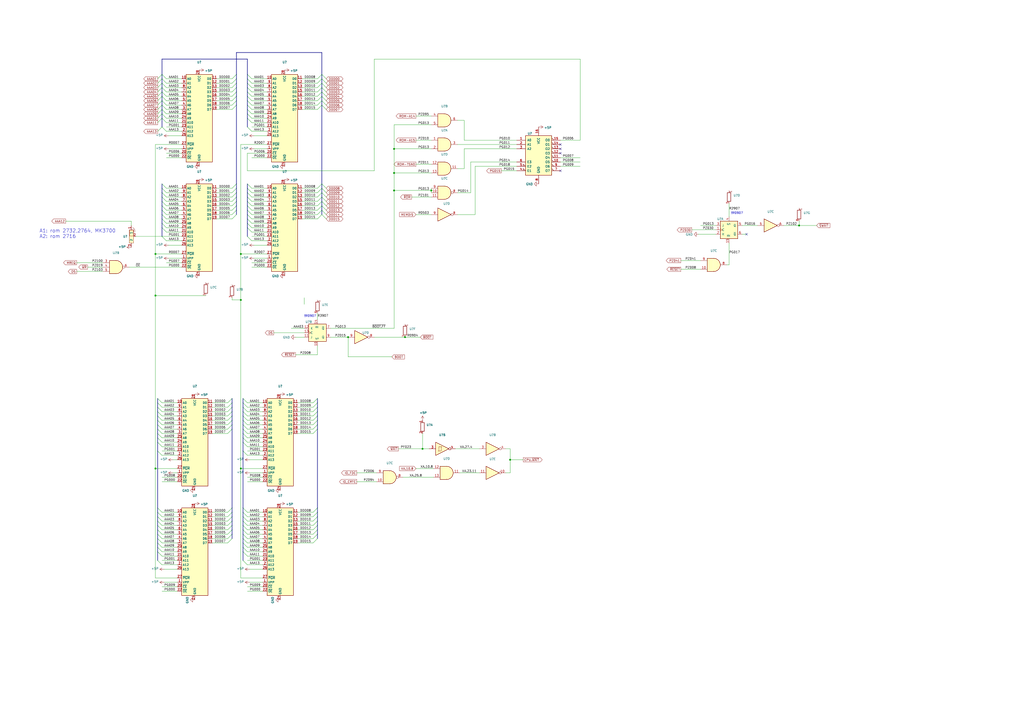
<source format=kicad_sch>
(kicad_sch (version 20220820) (generator eeschema)
  (paper "A2")
  (title_block (title "P07 ROM"))
  (junction (at 228.6 100.33))
  (junction (at 90.17 147.32))
  (junction (at 245.11 260.35))
  (junction (at 139.7 271.78))
  (junction (at 250.19 110.49))
  (junction (at 139.7 173.99))
  (junction (at 228.6 110.49))
  (junction (at 228.6 86.36))
  (junction (at 201.93 195.58))
  (junction (at 90.17 171.45))
  (junction (at 234.95 195.58))
  (junction (at 90.17 271.78))
  (junction (at 295.91 266.7))
  (junction (at 139.7 147.32))
  (junction (at 463.55 130.81))
  (no_connect (at 433.07 135.89))
  (no_connect (at 325.12 86.36))
  (no_connect (at 325.12 99.06))
  (no_connect (at 325.12 83.82))
  (no_connect (at 325.12 88.9))
  (bus_entry (at 143.51 55.88) (size 2.54 2.54))
  (bus_entry (at 184.15 297.18) (size -2.54 2.54))
  (bus_entry (at 91.44 254) (size 2.54 2.54))
  (bus_entry (at 140.97 304.8) (size 2.54 2.54))
  (bus_entry (at 186.69 119.38) (size -2.54 2.54))
  (bus_entry (at 140.97 312.42) (size 2.54 2.54))
  (bus_entry (at 91.44 53.34) (size 2.54 -2.54))
  (bus_entry (at 91.44 248.92) (size 2.54 2.54))
  (bus_entry (at 137.16 55.88) (size -2.54 2.54))
  (bus_entry (at 91.44 236.22) (size 2.54 2.54))
  (bus_entry (at 184.15 231.14) (size -2.54 2.54))
  (bus_entry (at 140.97 325.12) (size 2.54 2.54))
  (bus_entry (at 93.98 43.18) (size 2.54 2.54))
  (bus_entry (at 184.15 312.42) (size -2.54 2.54))
  (bus_entry (at 186.69 111.76) (size -2.54 2.54))
  (bus_entry (at 140.97 302.26) (size 2.54 2.54))
  (bus_entry (at 143.51 121.92) (size 2.54 2.54))
  (bus_entry (at 134.62 241.3) (size -2.54 2.54))
  (bus_entry (at 184.15 294.64) (size -2.54 2.54))
  (bus_entry (at 91.44 55.88) (size 2.54 -2.54))
  (bus_entry (at 134.62 248.92) (size -2.54 2.54))
  (bus_entry (at 186.69 43.18) (size -2.54 2.54))
  (bus_entry (at 186.69 106.68) (size -2.54 2.54))
  (bus_entry (at 143.51 114.3) (size 2.54 2.54))
  (bus_entry (at 93.98 116.84) (size 2.54 2.54))
  (bus_entry (at 91.44 63.5) (size 2.54 -2.54))
  (bus_entry (at 91.44 312.42) (size 2.54 2.54))
  (bus_entry (at 93.98 121.92) (size 2.54 2.54))
  (bus_entry (at 143.51 109.22) (size 2.54 2.54))
  (bus_entry (at 186.69 124.46) (size -2.54 2.54))
  (bus_entry (at 91.44 241.3) (size 2.54 2.54))
  (bus_entry (at 140.97 307.34) (size 2.54 2.54))
  (bus_entry (at 186.69 43.18) (size 2.54 2.54))
  (bus_entry (at 143.51 50.8) (size 2.54 2.54))
  (bus_entry (at 93.98 111.76) (size 2.54 2.54))
  (bus_entry (at 140.97 251.46) (size 2.54 2.54))
  (bus_entry (at 137.16 116.84) (size -2.54 2.54))
  (bus_entry (at 91.44 314.96) (size 2.54 2.54))
  (bus_entry (at 184.15 236.22) (size -2.54 2.54))
  (bus_entry (at 143.51 48.26) (size 2.54 2.54))
  (bus_entry (at 140.97 254) (size 2.54 2.54))
  (bus_entry (at 184.15 243.84) (size -2.54 2.54))
  (bus_entry (at 91.44 238.76) (size 2.54 2.54))
  (bus_entry (at 134.62 312.42) (size -2.54 2.54))
  (bus_entry (at 143.51 106.68) (size 2.54 2.54))
  (bus_entry (at 93.98 50.8) (size 2.54 2.54))
  (bus_entry (at 91.44 243.84) (size 2.54 2.54))
  (bus_entry (at 93.98 119.38) (size 2.54 2.54))
  (bus_entry (at 91.44 261.62) (size 2.54 2.54))
  (bus_entry (at 137.16 58.42) (size -2.54 2.54))
  (bus_entry (at 137.16 119.38) (size -2.54 2.54))
  (bus_entry (at 91.44 317.5) (size 2.54 2.54))
  (bus_entry (at 186.69 106.68) (size 2.54 2.54))
  (bus_entry (at 137.16 111.76) (size -2.54 2.54))
  (bus_entry (at 184.15 238.76) (size -2.54 2.54))
  (bus_entry (at 93.98 114.3) (size 2.54 2.54))
  (bus_entry (at 91.44 304.8) (size 2.54 2.54))
  (bus_entry (at 186.69 114.3) (size -2.54 2.54))
  (bus_entry (at 93.98 124.46) (size 2.54 2.54))
  (bus_entry (at 137.16 60.96) (size -2.54 2.54))
  (bus_entry (at 140.97 294.64) (size 2.54 2.54))
  (bus_entry (at 137.16 45.72) (size -2.54 2.54))
  (bus_entry (at 140.97 320.04) (size 2.54 2.54))
  (bus_entry (at 93.98 109.22) (size 2.54 2.54))
  (bus_entry (at 91.44 307.34) (size 2.54 2.54))
  (bus_entry (at 184.15 233.68) (size -2.54 2.54))
  (bus_entry (at 91.44 48.26) (size 2.54 -2.54))
  (bus_entry (at 143.51 116.84) (size 2.54 2.54))
  (bus_entry (at 93.98 53.34) (size 2.54 2.54))
  (bus_entry (at 184.15 299.72) (size -2.54 2.54))
  (bus_entry (at 93.98 63.5) (size 2.54 2.54))
  (bus_entry (at 140.97 248.92) (size 2.54 2.54))
  (bus_entry (at 91.44 231.14) (size 2.54 2.54))
  (bus_entry (at 134.62 246.38) (size -2.54 2.54))
  (bus_entry (at 137.16 121.92) (size -2.54 2.54))
  (bus_entry (at 186.69 111.76) (size 2.54 2.54))
  (bus_entry (at 93.98 60.96) (size 2.54 2.54))
  (bus_entry (at 91.44 60.96) (size 2.54 -2.54))
  (bus_entry (at 140.97 241.3) (size 2.54 2.54))
  (bus_entry (at 184.15 304.8) (size -2.54 2.54))
  (bus_entry (at 186.69 114.3) (size 2.54 2.54))
  (bus_entry (at 186.69 50.8) (size -2.54 2.54))
  (bus_entry (at 140.97 309.88) (size 2.54 2.54))
  (bus_entry (at 143.51 124.46) (size 2.54 2.54))
  (bus_entry (at 134.62 309.88) (size -2.54 2.54))
  (bus_entry (at 137.16 50.8) (size -2.54 2.54))
  (bus_entry (at 134.62 294.64) (size -2.54 2.54))
  (bus_entry (at 186.69 58.42) (size -2.54 2.54))
  (bus_entry (at 137.16 109.22) (size -2.54 2.54))
  (bus_entry (at 137.16 114.3) (size -2.54 2.54))
  (bus_entry (at 186.69 55.88) (size 2.54 2.54))
  (bus_entry (at 134.62 307.34) (size -2.54 2.54))
  (bus_entry (at 91.44 50.8) (size 2.54 -2.54))
  (bus_entry (at 91.44 68.58) (size 2.54 -2.54))
  (bus_entry (at 140.97 256.54) (size 2.54 2.54))
  (bus_entry (at 137.16 48.26) (size -2.54 2.54))
  (bus_entry (at 137.16 43.18) (size -2.54 2.54))
  (bus_entry (at 186.69 116.84) (size -2.54 2.54))
  (bus_entry (at 91.44 299.72) (size 2.54 2.54))
  (bus_entry (at 91.44 297.18) (size 2.54 2.54))
  (bus_entry (at 134.62 243.84) (size -2.54 2.54))
  (bus_entry (at 184.15 307.34) (size -2.54 2.54))
  (bus_entry (at 137.16 106.68) (size -2.54 2.54))
  (bus_entry (at 140.97 297.18) (size 2.54 2.54))
  (bus_entry (at 143.51 58.42) (size 2.54 2.54))
  (bus_entry (at 184.15 241.3) (size -2.54 2.54))
  (bus_entry (at 186.69 58.42) (size 2.54 2.54))
  (bus_entry (at 93.98 68.58) (size 2.54 2.54))
  (bus_entry (at 91.44 66.04) (size 2.54 -2.54))
  (bus_entry (at 184.15 246.38) (size -2.54 2.54))
  (bus_entry (at 186.69 48.26) (size 2.54 2.54))
  (bus_entry (at 91.44 294.64) (size 2.54 2.54))
  (bus_entry (at 186.69 116.84) (size 2.54 2.54))
  (bus_entry (at 91.44 309.88) (size 2.54 2.54))
  (bus_entry (at 93.98 137.16) (size 2.54 2.54))
  (bus_entry (at 91.44 45.72) (size 2.54 -2.54))
  (bus_entry (at 143.51 53.34) (size 2.54 2.54))
  (bus_entry (at 186.69 60.96) (size -2.54 2.54))
  (bus_entry (at 140.97 231.14) (size 2.54 2.54))
  (bus_entry (at 134.62 304.8) (size -2.54 2.54))
  (bus_entry (at 184.15 248.92) (size -2.54 2.54))
  (bus_entry (at 143.51 111.76) (size 2.54 2.54))
  (bus_entry (at 140.97 314.96) (size 2.54 2.54))
  (bus_entry (at 134.62 297.18) (size -2.54 2.54))
  (bus_entry (at 134.62 302.26) (size -2.54 2.54))
  (bus_entry (at 91.44 256.54) (size 2.54 2.54))
  (bus_entry (at 184.15 302.26) (size -2.54 2.54))
  (bus_entry (at 134.62 299.72) (size -2.54 2.54))
  (bus_entry (at 143.51 137.16) (size 2.54 2.54))
  (bus_entry (at 140.97 261.62) (size 2.54 2.54))
  (bus_entry (at 93.98 45.72) (size 2.54 2.54))
  (bus_entry (at 186.69 55.88) (size -2.54 2.54))
  (bus_entry (at 91.44 325.12) (size 2.54 2.54))
  (bus_entry (at 186.69 45.72) (size -2.54 2.54))
  (bus_entry (at 93.98 73.66) (size 2.54 2.54))
  (bus_entry (at 134.62 236.22) (size -2.54 2.54))
  (bus_entry (at 91.44 320.04) (size 2.54 2.54))
  (bus_entry (at 93.98 66.04) (size 2.54 2.54))
  (bus_entry (at 140.97 236.22) (size 2.54 2.54))
  (bus_entry (at 93.98 106.68) (size 2.54 2.54))
  (bus_entry (at 91.44 251.46) (size 2.54 2.54))
  (bus_entry (at 186.69 53.34) (size 2.54 2.54))
  (bus_entry (at 143.51 63.5) (size 2.54 2.54))
  (bus_entry (at 93.98 55.88) (size 2.54 2.54))
  (bus_entry (at 186.69 45.72) (size 2.54 2.54))
  (bus_entry (at 186.69 48.26) (size -2.54 2.54))
  (bus_entry (at 134.62 233.68) (size -2.54 2.54))
  (bus_entry (at 91.44 76.2) (size 2.54 -2.54))
  (bus_entry (at 140.97 233.68) (size 2.54 2.54))
  (bus_entry (at 137.16 53.34) (size -2.54 2.54))
  (bus_entry (at 143.51 66.04) (size 2.54 2.54))
  (bus_entry (at 186.69 109.22) (size -2.54 2.54))
  (bus_entry (at 93.98 127) (size 2.54 2.54))
  (bus_entry (at 91.44 71.12) (size 2.54 -2.54))
  (bus_entry (at 143.51 43.18) (size 2.54 2.54))
  (bus_entry (at 93.98 132.08) (size 2.54 2.54))
  (bus_entry (at 140.97 238.76) (size 2.54 2.54))
  (bus_entry (at 143.51 60.96) (size 2.54 2.54))
  (bus_entry (at 143.51 127) (size 2.54 2.54))
  (bus_entry (at 186.69 119.38) (size 2.54 2.54))
  (bus_entry (at 186.69 124.46) (size 2.54 2.54))
  (bus_entry (at 140.97 246.38) (size 2.54 2.54))
  (bus_entry (at 184.15 309.88) (size -2.54 2.54))
  (bus_entry (at 143.51 132.08) (size 2.54 2.54))
  (bus_entry (at 186.69 53.34) (size -2.54 2.54))
  (bus_entry (at 93.98 58.42) (size 2.54 2.54))
  (bus_entry (at 134.62 238.76) (size -2.54 2.54))
  (bus_entry (at 186.69 50.8) (size 2.54 2.54))
  (bus_entry (at 93.98 129.54) (size 2.54 2.54))
  (bus_entry (at 143.51 45.72) (size 2.54 2.54))
  (bus_entry (at 91.44 302.26) (size 2.54 2.54))
  (bus_entry (at 186.69 60.96) (size 2.54 2.54))
  (bus_entry (at 186.69 121.92) (size 2.54 2.54))
  (bus_entry (at 140.97 317.5) (size 2.54 2.54))
  (bus_entry (at 91.44 58.42) (size 2.54 -2.54))
  (bus_entry (at 186.69 109.22) (size 2.54 2.54))
  (bus_entry (at 134.62 231.14) (size -2.54 2.54))
  (bus_entry (at 143.51 129.54) (size 2.54 2.54))
  (bus_entry (at 137.16 124.46) (size -2.54 2.54))
  (bus_entry (at 186.69 121.92) (size -2.54 2.54))
  (bus_entry (at 143.51 73.66) (size 2.54 2.54))
  (bus_entry (at 143.51 119.38) (size 2.54 2.54))
  (bus_entry (at 140.97 243.84) (size 2.54 2.54))
  (bus_entry (at 93.98 48.26) (size 2.54 2.54))
  (bus_entry (at 91.44 246.38) (size 2.54 2.54))
  (bus_entry (at 140.97 299.72) (size 2.54 2.54))
  (bus_entry (at 91.44 233.68) (size 2.54 2.54))
  (bus_entry (at 143.51 68.58) (size 2.54 2.54))
  (bus (pts (xy 143.51 55.88) (xy 143.51 58.42)))
  (bus (pts (xy 134.62 299.72) (xy 134.62 302.26)))
  (wire (pts (xy 152.4 279.4) (xy 143.51 279.4)))
  (wire (pts (xy 105.41 124.46) (xy 96.52 124.46)))
  (wire (pts (xy 394.97 151.13) (xy 406.4 151.13)))
  (bus (pts (xy 186.69 55.88) (xy 186.69 58.42)))
  (bus (pts (xy 134.62 297.18) (xy 134.62 299.72)))
  (wire (pts (xy 105.41 68.58) (xy 96.52 68.58)))
  (bus (pts (xy 143.51 50.8) (xy 143.51 53.34)))
  (wire (pts (xy 207.01 279.4) (xy 218.44 279.4)))
  (wire (pts (xy 154.94 111.76) (xy 146.05 111.76)))
  (wire (pts (xy 463.55 128.27) (xy 463.55 130.81)))
  (wire (pts (xy 105.41 76.2) (xy 96.52 76.2)))
  (wire (pts (xy 406.4 130.81) (xy 415.29 130.81)))
  (wire (pts (xy 228.6 110.49) (xy 250.19 110.49)))
  (wire (pts (xy 105.41 50.8) (xy 96.52 50.8)))
  (wire (pts (xy 184.15 60.96) (xy 175.26 60.96)))
  (bus (pts (xy 93.98 111.76) (xy 93.98 114.3)))
  (wire (pts (xy 97.79 142.24) (xy 105.41 142.24)))
  (bus (pts (xy 93.98 43.18) (xy 93.98 45.72)))
  (wire (pts (xy 231.14 260.35) (xy 245.11 260.35)))
  (bus (pts (xy 134.62 231.14) (xy 134.62 233.68)))
  (wire (pts (xy 147.32 149.86) (xy 154.94 149.86)))
  (bus (pts (xy 137.16 58.42) (xy 137.16 60.96)))
  (wire (pts (xy 154.94 116.84) (xy 146.05 116.84)))
  (wire (pts (xy 132.08 312.42) (xy 123.19 312.42)))
  (wire (pts (xy 102.87 243.84) (xy 93.98 243.84)))
  (wire (pts (xy 473.71 130.81) (xy 463.55 130.81)))
  (wire (pts (xy 93.98 137.16) (xy 105.41 137.16)))
  (wire (pts (xy 102.87 241.3) (xy 93.98 241.3)))
  (wire (pts (xy 134.62 172.72) (xy 134.62 173.99)))
  (wire (pts (xy 139.7 335.28) (xy 152.4 335.28)))
  (wire (pts (xy 217.17 34.29) (xy 336.55 34.29)))
  (wire (pts (xy 181.61 236.22) (xy 172.72 236.22)))
  (wire (pts (xy 132.08 299.72) (xy 123.19 299.72)))
  (wire (pts (xy 325.12 91.44) (xy 336.55 91.44)))
  (bus (pts (xy 91.44 314.96) (xy 91.44 317.5)))
  (bus (pts (xy 137.16 60.96) (xy 137.16 106.68)))
  (bus (pts (xy 186.69 119.38) (xy 186.69 121.92)))
  (wire (pts (xy 152.4 236.22) (xy 143.51 236.22)))
  (wire (pts (xy 152.4 243.84) (xy 143.51 243.84)))
  (wire (pts (xy 50.8 154.94) (xy 59.69 154.94)))
  (bus (pts (xy 143.51 34.29) (xy 93.98 34.29)))
  (wire (pts (xy 184.15 127) (xy 175.26 127)))
  (wire (pts (xy 269.24 69.85) (xy 265.43 69.85)))
  (wire (pts (xy 233.68 276.86) (xy 251.46 276.86)))
  (wire (pts (xy 184.15 48.26) (xy 175.26 48.26)))
  (wire (pts (xy 102.87 256.54) (xy 93.98 256.54)))
  (bus (pts (xy 134.62 302.26) (xy 134.62 304.8)))
  (wire (pts (xy 405.13 135.89) (xy 415.29 135.89)))
  (wire (pts (xy 102.87 320.04) (xy 93.98 320.04)))
  (wire (pts (xy 228.6 100.33) (xy 250.19 100.33)))
  (wire (pts (xy 154.94 134.62) (xy 146.05 134.62)))
  (bus (pts (xy 184.15 243.84) (xy 184.15 246.38)))
  (wire (pts (xy 105.41 134.62) (xy 96.52 134.62)))
  (bus (pts (xy 91.44 320.04) (xy 91.44 325.12)))
  (wire (pts (xy 134.62 124.46) (xy 125.73 124.46)))
  (bus (pts (xy 186.69 53.34) (xy 186.69 55.88)))
  (wire (pts (xy 154.94 132.08) (xy 146.05 132.08)))
  (wire (pts (xy 38.1 128.27) (xy 76.2 128.27)))
  (wire (pts (xy 105.41 53.34) (xy 96.52 53.34)))
  (bus (pts (xy 143.51 127) (xy 143.51 129.54)))
  (wire (pts (xy 264.16 260.35) (xy 278.13 260.35)))
  (bus (pts (xy 91.44 309.88) (xy 91.44 312.42)))
  (wire (pts (xy 105.41 48.26) (xy 96.52 48.26)))
  (bus (pts (xy 186.69 116.84) (xy 186.69 119.38)))
  (wire (pts (xy 265.43 97.79) (xy 269.24 97.79)))
  (wire (pts (xy 299.72 81.28) (xy 269.24 81.28)))
  (bus (pts (xy 143.51 111.76) (xy 143.51 114.3)))
  (wire (pts (xy 154.94 119.38) (xy 146.05 119.38)))
  (wire (pts (xy 139.7 271.78) (xy 152.4 271.78)))
  (wire (pts (xy 139.7 147.32) (xy 154.94 147.32)))
  (wire (pts (xy 430.53 135.89) (xy 433.07 135.89)))
  (bus (pts (xy 91.44 302.26) (xy 91.44 304.8)))
  (wire (pts (xy 132.08 302.26) (xy 123.19 302.26)))
  (wire (pts (xy 181.61 307.34) (xy 172.72 307.34)))
  (wire (pts (xy 132.08 304.8) (xy 123.19 304.8)))
  (wire (pts (xy 132.08 233.68) (xy 123.19 233.68)))
  (bus (pts (xy 140.97 317.5) (xy 140.97 320.04)))
  (bus (pts (xy 186.69 43.18) (xy 186.69 45.72)))
  (wire (pts (xy 134.62 121.92) (xy 125.73 121.92)))
  (bus (pts (xy 140.97 246.38) (xy 140.97 248.92)))
  (bus (pts (xy 93.98 48.26) (xy 93.98 50.8)))
  (bus (pts (xy 184.15 238.76) (xy 184.15 241.3)))
  (bus (pts (xy 140.97 231.14) (xy 140.97 233.68)))
  (bus (pts (xy 143.51 66.04) (xy 143.51 68.58)))
  (wire (pts (xy 100.33 266.7) (xy 102.87 266.7)))
  (wire (pts (xy 152.4 302.26) (xy 143.51 302.26)))
  (wire (pts (xy 154.94 66.04) (xy 146.05 66.04)))
  (wire (pts (xy 134.62 55.88) (xy 125.73 55.88)))
  (bus (pts (xy 137.16 106.68) (xy 137.16 109.22)))
  (wire (pts (xy 147.32 142.24) (xy 154.94 142.24)))
  (wire (pts (xy 184.15 111.76) (xy 175.26 111.76)))
  (wire (pts (xy 228.6 86.36) (xy 228.6 100.33)))
  (wire (pts (xy 401.32 133.35) (xy 415.29 133.35)))
  (wire (pts (xy 181.61 246.38) (xy 172.72 246.38)))
  (bus (pts (xy 93.98 63.5) (xy 93.98 66.04)))
  (wire (pts (xy 97.79 149.86) (xy 105.41 149.86)))
  (wire (pts (xy 207.01 274.32) (xy 218.44 274.32)))
  (wire (pts (xy 102.87 233.68) (xy 93.98 233.68)))
  (bus (pts (xy 186.69 58.42) (xy 186.69 60.96)))
  (wire (pts (xy 265.43 111.76) (xy 273.05 111.76)))
  (wire (pts (xy 406.4 156.21) (xy 394.97 156.21)))
  (wire (pts (xy 154.94 129.54) (xy 146.05 129.54)))
  (bus (pts (xy 91.44 241.3) (xy 91.44 243.84)))
  (wire (pts (xy 93.98 314.96) (xy 102.87 314.96)))
  (bus (pts (xy 184.15 302.26) (xy 184.15 304.8)))
  (bus (pts (xy 184.15 246.38) (xy 184.15 248.92)))
  (wire (pts (xy 191.77 190.5) (xy 228.6 190.5)))
  (wire (pts (xy 132.08 248.92) (xy 123.19 248.92)))
  (wire (pts (xy 139.7 147.32) (xy 139.7 173.99)))
  (wire (pts (xy 152.4 264.16) (xy 143.51 264.16)))
  (wire (pts (xy 105.41 109.22) (xy 96.52 109.22)))
  (wire (pts (xy 430.53 130.81) (xy 439.42 130.81)))
  (wire (pts (xy 152.4 248.92) (xy 143.51 248.92)))
  (wire (pts (xy 184.15 63.5) (xy 175.26 63.5)))
  (wire (pts (xy 454.66 130.81) (xy 463.55 130.81)))
  (wire (pts (xy 132.08 297.18) (xy 123.19 297.18)))
  (bus (pts (xy 93.98 66.04) (xy 93.98 68.58)))
  (bus (pts (xy 186.69 45.72) (xy 186.69 48.26)))
  (bus (pts (xy 186.69 50.8) (xy 186.69 53.34)))
  (wire (pts (xy 90.17 171.45) (xy 119.38 171.45)))
  (wire (pts (xy 152.4 297.18) (xy 143.51 297.18)))
  (wire (pts (xy 134.62 119.38) (xy 125.73 119.38)))
  (wire (pts (xy 269.24 86.36) (xy 299.72 86.36)))
  (wire (pts (xy 184.15 53.34) (xy 175.26 53.34)))
  (bus (pts (xy 91.44 256.54) (xy 91.44 261.62)))
  (bus (pts (xy 143.51 48.26) (xy 143.51 50.8)))
  (wire (pts (xy 168.91 190.5) (xy 176.53 190.5)))
  (bus (pts (xy 93.98 53.34) (xy 93.98 55.88)))
  (wire (pts (xy 154.94 58.42) (xy 146.05 58.42)))
  (wire (pts (xy 250.19 109.22) (xy 250.19 110.49)))
  (wire (pts (xy 102.87 322.58) (xy 93.98 322.58)))
  (wire (pts (xy 191.77 195.58) (xy 201.93 195.58)))
  (bus (pts (xy 186.69 30.48) (xy 186.69 43.18)))
  (wire (pts (xy 184.15 45.72) (xy 175.26 45.72)))
  (wire (pts (xy 102.87 246.38) (xy 93.98 246.38)))
  (bus (pts (xy 134.62 304.8) (xy 134.62 307.34)))
  (wire (pts (xy 184.15 181.61) (xy 184.15 185.42)))
  (wire (pts (xy 95.25 337.82) (xy 102.87 337.82)))
  (wire (pts (xy 269.24 81.28) (xy 269.24 69.85)))
  (wire (pts (xy 134.62 58.42) (xy 125.73 58.42)))
  (wire (pts (xy 228.6 72.39) (xy 250.19 72.39)))
  (bus (pts (xy 143.51 43.18) (xy 143.51 45.72)))
  (wire (pts (xy 134.62 63.5) (xy 125.73 63.5)))
  (wire (pts (xy 325.12 96.52) (xy 336.55 96.52)))
  (wire (pts (xy 241.3 67.31) (xy 250.19 67.31)))
  (wire (pts (xy 184.15 109.22) (xy 175.26 109.22)))
  (wire (pts (xy 90.17 147.32) (xy 90.17 171.45)))
  (wire (pts (xy 245.11 251.46) (xy 245.11 260.35)))
  (wire (pts (xy 325.12 93.98) (xy 336.55 93.98)))
  (bus (pts (xy 143.51 129.54) (xy 143.51 132.08)))
  (wire (pts (xy 105.41 121.92) (xy 96.52 121.92)))
  (wire (pts (xy 102.87 238.76) (xy 93.98 238.76)))
  (bus (pts (xy 91.44 251.46) (xy 91.44 254)))
  (wire (pts (xy 102.87 304.8) (xy 93.98 304.8)))
  (wire (pts (xy 143.51 88.9) (xy 154.94 88.9)))
  (wire (pts (xy 90.17 271.78) (xy 102.87 271.78)))
  (wire (pts (xy 184.15 121.92) (xy 175.26 121.92)))
  (wire (pts (xy 293.37 260.35) (xy 295.91 260.35)))
  (wire (pts (xy 105.41 91.44) (xy 96.52 91.44)))
  (bus (pts (xy 134.62 248.92) (xy 134.62 294.64)))
  (bus (pts (xy 186.69 60.96) (xy 186.69 106.68)))
  (bus (pts (xy 134.62 236.22) (xy 134.62 238.76)))
  (wire (pts (xy 102.87 325.12) (xy 93.98 325.12)))
  (wire (pts (xy 325.12 81.28) (xy 336.55 81.28)))
  (wire (pts (xy 152.4 246.38) (xy 143.51 246.38)))
  (bus (pts (xy 137.16 109.22) (xy 137.16 111.76)))
  (wire (pts (xy 217.17 34.29) (xy 217.17 99.06)))
  (wire (pts (xy 76.2 128.27) (xy 76.2 130.81)))
  (bus (pts (xy 93.98 58.42) (xy 93.98 60.96)))
  (bus (pts (xy 140.97 243.84) (xy 140.97 246.38)))
  (wire (pts (xy 152.4 312.42) (xy 143.51 312.42)))
  (bus (pts (xy 91.44 294.64) (xy 91.44 297.18)))
  (bus (pts (xy 91.44 297.18) (xy 91.44 299.72)))
  (wire (pts (xy 152.4 238.76) (xy 143.51 238.76)))
  (wire (pts (xy 132.08 246.38) (xy 123.19 246.38)))
  (bus (pts (xy 134.62 309.88) (xy 134.62 312.42)))
  (wire (pts (xy 134.62 173.99) (xy 139.7 173.99)))
  (bus (pts (xy 186.69 121.92) (xy 186.69 124.46)))
  (wire (pts (xy 295.91 260.35) (xy 295.91 266.7)))
  (wire (pts (xy 181.61 302.26) (xy 172.72 302.26)))
  (wire (pts (xy 228.6 110.49) (xy 228.6 190.5)))
  (wire (pts (xy 105.41 152.4) (xy 96.52 152.4)))
  (wire (pts (xy 227.33 207.01) (xy 201.93 207.01)))
  (bus (pts (xy 143.51 109.22) (xy 143.51 111.76)))
  (wire (pts (xy 295.91 274.32) (xy 293.37 274.32)))
  (bus (pts (xy 186.69 109.22) (xy 186.69 111.76)))
  (bus (pts (xy 184.15 297.18) (xy 184.15 299.72)))
  (wire (pts (xy 251.46 271.78) (xy 241.3 271.78)))
  (bus (pts (xy 137.16 116.84) (xy 137.16 119.38)))
  (bus (pts (xy 140.97 248.92) (xy 140.97 251.46)))
  (wire (pts (xy 105.41 45.72) (xy 96.52 45.72)))
  (wire (pts (xy 143.51 340.36) (xy 152.4 340.36)))
  (wire (pts (xy 144.78 337.82) (xy 152.4 337.82)))
  (wire (pts (xy 154.94 60.96) (xy 146.05 60.96)))
  (wire (pts (xy 154.94 139.7) (xy 146.05 139.7)))
  (wire (pts (xy 134.62 60.96) (xy 125.73 60.96)))
  (bus (pts (xy 140.97 302.26) (xy 140.97 304.8)))
  (wire (pts (xy 105.41 66.04) (xy 96.52 66.04)))
  (bus (pts (xy 93.98 116.84) (xy 93.98 119.38)))
  (wire (pts (xy 238.76 114.3) (xy 250.19 114.3)))
  (wire (pts (xy 422.91 118.11) (xy 422.91 125.73)))
  (wire (pts (xy 134.62 109.22) (xy 125.73 109.22)))
  (wire (pts (xy 105.41 71.12) (xy 96.52 71.12)))
  (wire (pts (xy 422.91 153.67) (xy 422.91 140.97)))
  (wire (pts (xy 152.4 320.04) (xy 143.51 320.04)))
  (bus (pts (xy 91.44 312.42) (xy 91.44 314.96)))
  (wire (pts (xy 147.32 86.36) (xy 154.94 86.36)))
  (bus (pts (xy 134.62 246.38) (xy 134.62 248.92)))
  (wire (pts (xy 90.17 147.32) (xy 105.41 147.32)))
  (wire (pts (xy 95.25 330.2) (xy 102.87 330.2)))
  (wire (pts (xy 241.3 95.25) (xy 250.19 95.25)))
  (wire (pts (xy 217.17 99.06) (xy 143.51 99.06)))
  (bus (pts (xy 91.44 304.8) (xy 91.44 307.34)))
  (bus (pts (xy 137.16 53.34) (xy 137.16 55.88)))
  (bus (pts (xy 134.62 241.3) (xy 134.62 243.84)))
  (wire (pts (xy 184.15 205.74) (xy 184.15 200.66)))
  (wire (pts (xy 102.87 317.5) (xy 93.98 317.5)))
  (bus (pts (xy 184.15 236.22) (xy 184.15 238.76)))
  (wire (pts (xy 295.91 266.7) (xy 295.91 274.32)))
  (wire (pts (xy 152.4 325.12) (xy 143.51 325.12)))
  (wire (pts (xy 171.45 205.74) (xy 184.15 205.74)))
  (bus (pts (xy 91.44 299.72) (xy 91.44 302.26)))
  (wire (pts (xy 132.08 251.46) (xy 123.19 251.46)))
  (wire (pts (xy 184.15 114.3) (xy 175.26 114.3)))
  (wire (pts (xy 105.41 129.54) (xy 96.52 129.54)))
  (bus (pts (xy 91.44 231.14) (xy 91.44 233.68)))
  (wire (pts (xy 181.61 241.3) (xy 172.72 241.3)))
  (bus (pts (xy 93.98 129.54) (xy 93.98 132.08)))
  (wire (pts (xy 93.98 340.36) (xy 102.87 340.36)))
  (wire (pts (xy 154.94 109.22) (xy 146.05 109.22)))
  (wire (pts (xy 102.87 264.16) (xy 93.98 264.16)))
  (bus (pts (xy 140.97 261.62) (xy 140.97 294.64)))
  (bus (pts (xy 184.15 241.3) (xy 184.15 243.84)))
  (wire (pts (xy 134.62 127) (xy 125.73 127)))
  (bus (pts (xy 184.15 248.92) (xy 184.15 294.64)))
  (wire (pts (xy 105.41 60.96) (xy 96.52 60.96)))
  (wire (pts (xy 181.61 243.84) (xy 172.72 243.84)))
  (wire (pts (xy 181.61 238.76) (xy 172.72 238.76)))
  (wire (pts (xy 154.94 152.4) (xy 146.05 152.4)))
  (wire (pts (xy 97.79 86.36) (xy 105.41 86.36)))
  (wire (pts (xy 139.7 83.82) (xy 139.7 147.32)))
  (bus (pts (xy 186.69 111.76) (xy 186.69 114.3)))
  (bus (pts (xy 93.98 121.92) (xy 93.98 124.46)))
  (wire (pts (xy 105.41 63.5) (xy 96.52 63.5)))
  (bus (pts (xy 140.97 312.42) (xy 140.97 314.96)))
  (wire (pts (xy 152.4 327.66) (xy 143.51 327.66)))
  (wire (pts (xy 134.62 116.84) (xy 125.73 116.84)))
  (wire (pts (xy 201.93 207.01) (xy 201.93 195.58)))
  (bus (pts (xy 140.97 236.22) (xy 140.97 238.76)))
  (wire (pts (xy 143.51 251.46) (xy 152.4 251.46)))
  (bus (pts (xy 137.16 30.48) (xy 137.16 43.18)))
  (wire (pts (xy 90.17 83.82) (xy 105.41 83.82)))
  (wire (pts (xy 154.94 121.92) (xy 146.05 121.92)))
  (wire (pts (xy 105.41 127) (xy 96.52 127)))
  (wire (pts (xy 144.78 274.32) (xy 152.4 274.32)))
  (bus (pts (xy 143.51 53.34) (xy 143.51 55.88)))
  (wire (pts (xy 421.64 153.67) (xy 422.91 153.67)))
  (wire (pts (xy 154.94 48.26) (xy 146.05 48.26)))
  (wire (pts (xy 228.6 100.33) (xy 228.6 110.49)))
  (wire (pts (xy 273.05 93.98) (xy 299.72 93.98)))
  (bus (pts (xy 143.51 124.46) (xy 143.51 127)))
  (wire (pts (xy 90.17 171.45) (xy 90.17 271.78)))
  (bus (pts (xy 93.98 68.58) (xy 93.98 73.66)))
  (wire (pts (xy 152.4 299.72) (xy 143.51 299.72)))
  (wire (pts (xy 105.41 55.88) (xy 96.52 55.88)))
  (wire (pts (xy 154.94 73.66) (xy 146.05 73.66)))
  (wire (pts (xy 154.94 71.12) (xy 146.05 71.12)))
  (wire (pts (xy 266.7 274.32) (xy 278.13 274.32)))
  (bus (pts (xy 134.62 233.68) (xy 134.62 236.22)))
  (bus (pts (xy 143.51 106.68) (xy 143.51 109.22)))
  (wire (pts (xy 102.87 307.34) (xy 93.98 307.34)))
  (bus (pts (xy 143.51 58.42) (xy 143.51 60.96)))
  (bus (pts (xy 140.97 233.68) (xy 140.97 236.22)))
  (wire (pts (xy 152.4 241.3) (xy 143.51 241.3)))
  (wire (pts (xy 90.17 271.78) (xy 90.17 335.28)))
  (wire (pts (xy 132.08 243.84) (xy 123.19 243.84)))
  (wire (pts (xy 154.94 154.94) (xy 146.05 154.94)))
  (bus (pts (xy 93.98 127) (xy 93.98 129.54)))
  (bus (pts (xy 140.97 299.72) (xy 140.97 302.26)))
  (bus (pts (xy 140.97 254) (xy 140.97 256.54)))
  (wire (pts (xy 184.15 55.88) (xy 175.26 55.88)))
  (wire (pts (xy 44.45 157.48) (xy 59.69 157.48)))
  (wire (pts (xy 134.62 114.3) (xy 125.73 114.3)))
  (wire (pts (xy 181.61 233.68) (xy 172.72 233.68)))
  (wire (pts (xy 139.7 271.78) (xy 139.7 335.28)))
  (bus (pts (xy 140.97 256.54) (xy 140.97 261.62)))
  (wire (pts (xy 105.41 111.76) (xy 96.52 111.76)))
  (wire (pts (xy 105.41 119.38) (xy 96.52 119.38)))
  (wire (pts (xy 154.94 127) (xy 146.05 127)))
  (bus (pts (xy 91.44 261.62) (xy 91.44 294.64)))
  (bus (pts (xy 184.15 307.34) (xy 184.15 309.88)))
  (wire (pts (xy 181.61 297.18) (xy 172.72 297.18)))
  (bus (pts (xy 93.98 119.38) (xy 93.98 121.92)))
  (bus (pts (xy 140.97 294.64) (xy 140.97 297.18)))
  (bus (pts (xy 134.62 238.76) (xy 134.62 241.3)))
  (wire (pts (xy 241.3 124.46) (xy 250.19 124.46)))
  (wire (pts (xy 184.15 119.38) (xy 175.26 119.38)))
  (bus (pts (xy 143.51 60.96) (xy 143.51 63.5)))
  (bus (pts (xy 143.51 121.92) (xy 143.51 124.46)))
  (wire (pts (xy 234.95 195.58) (xy 243.84 195.58)))
  (bus (pts (xy 137.16 111.76) (xy 137.16 114.3)))
  (wire (pts (xy 158.75 193.04) (xy 176.53 193.04)))
  (wire (pts (xy 105.41 73.66) (xy 96.52 73.66)))
  (wire (pts (xy 275.59 96.52) (xy 299.72 96.52)))
  (wire (pts (xy 102.87 327.66) (xy 93.98 327.66)))
  (wire (pts (xy 134.62 45.72) (xy 125.73 45.72)))
  (wire (pts (xy 147.32 78.74) (xy 154.94 78.74)))
  (wire (pts (xy 97.79 78.74) (xy 105.41 78.74)))
  (wire (pts (xy 152.4 259.08) (xy 143.51 259.08)))
  (wire (pts (xy 132.08 238.76) (xy 123.19 238.76)))
  (wire (pts (xy 144.78 330.2) (xy 152.4 330.2)))
  (bus (pts (xy 137.16 48.26) (xy 137.16 50.8)))
  (bus (pts (xy 91.44 248.92) (xy 91.44 251.46)))
  (wire (pts (xy 184.15 50.8) (xy 175.26 50.8)))
  (wire (pts (xy 152.4 307.34) (xy 143.51 307.34)))
  (wire (pts (xy 132.08 236.22) (xy 123.19 236.22)))
  (wire (pts (xy 184.15 116.84) (xy 175.26 116.84)))
  (wire (pts (xy 134.62 48.26) (xy 125.73 48.26)))
  (wire (pts (xy 152.4 317.5) (xy 143.51 317.5)))
  (bus (pts (xy 91.44 238.76) (xy 91.44 241.3)))
  (wire (pts (xy 181.61 309.88) (xy 172.72 309.88)))
  (wire (pts (xy 105.41 116.84) (xy 96.52 116.84)))
  (wire (pts (xy 184.15 124.46) (xy 175.26 124.46)))
  (wire (pts (xy 181.61 299.72) (xy 172.72 299.72)))
  (bus (pts (xy 93.98 132.08) (xy 93.98 137.16)))
  (bus (pts (xy 134.62 294.64) (xy 134.62 297.18)))
  (bus (pts (xy 143.51 45.72) (xy 143.51 48.26)))
  (wire (pts (xy 269.24 97.79) (xy 269.24 86.36)))
  (wire (pts (xy 105.41 132.08) (xy 96.52 132.08)))
  (wire (pts (xy 102.87 279.4) (xy 93.98 279.4)))
  (wire (pts (xy 181.61 304.8) (xy 172.72 304.8)))
  (wire (pts (xy 250.19 110.49) (xy 250.19 111.76)))
  (wire (pts (xy 102.87 312.42) (xy 93.98 312.42)))
  (wire (pts (xy 152.4 254) (xy 143.51 254)))
  (wire (pts (xy 90.17 335.28) (xy 102.87 335.28)))
  (bus (pts (xy 140.97 320.04) (xy 140.97 325.12)))
  (wire (pts (xy 181.61 312.42) (xy 172.72 312.42)))
  (wire (pts (xy 44.45 152.4) (xy 59.69 152.4)))
  (bus (pts (xy 93.98 45.72) (xy 93.98 48.26)))
  (wire (pts (xy 154.94 55.88) (xy 146.05 55.88)))
  (wire (pts (xy 102.87 236.22) (xy 93.98 236.22)))
  (wire (pts (xy 265.43 83.82) (xy 299.72 83.82)))
  (wire (pts (xy 154.94 68.58) (xy 146.05 68.58)))
  (bus (pts (xy 93.98 34.29) (xy 93.98 43.18)))
  (bus (pts (xy 140.97 304.8) (xy 140.97 307.34)))
  (wire (pts (xy 295.91 266.7) (xy 303.53 266.7)))
  (bus (pts (xy 143.51 34.29) (xy 143.51 43.18)))
  (wire (pts (xy 143.51 314.96) (xy 152.4 314.96)))
  (bus (pts (xy 143.51 132.08) (xy 143.51 137.16)))
  (wire (pts (xy 102.87 309.88) (xy 93.98 309.88)))
  (wire (pts (xy 275.59 96.52) (xy 275.59 124.46)))
  (wire (pts (xy 143.51 99.06) (xy 143.51 88.9)))
  (bus (pts (xy 137.16 121.92) (xy 137.16 124.46)))
  (wire (pts (xy 154.94 45.72) (xy 146.05 45.72)))
  (bus (pts (xy 137.16 30.48) (xy 186.69 30.48)))
  (bus (pts (xy 186.69 114.3) (xy 186.69 116.84)))
  (wire (pts (xy 228.6 86.36) (xy 250.19 86.36)))
  (bus (pts (xy 186.69 48.26) (xy 186.69 50.8)))
  (wire (pts (xy 139.7 173.99) (xy 139.7 271.78)))
  (wire (pts (xy 152.4 233.68) (xy 143.51 233.68)))
  (wire (pts (xy 132.08 307.34) (xy 123.19 307.34)))
  (bus (pts (xy 91.44 236.22) (xy 91.44 238.76)))
  (wire (pts (xy 90.17 83.82) (xy 90.17 147.32)))
  (bus (pts (xy 91.44 233.68) (xy 91.44 236.22)))
  (bus (pts (xy 93.98 109.22) (xy 93.98 111.76)))
  (bus (pts (xy 140.97 251.46) (xy 140.97 254)))
  (wire (pts (xy 152.4 256.54) (xy 143.51 256.54)))
  (wire (pts (xy 250.19 81.28) (xy 241.3 81.28)))
  (bus (pts (xy 134.62 307.34) (xy 134.62 309.88)))
  (wire (pts (xy 132.08 309.88) (xy 123.19 309.88)))
  (wire (pts (xy 152.4 304.8) (xy 143.51 304.8)))
  (wire (pts (xy 171.45 195.58) (xy 176.53 195.58)))
  (wire (pts (xy 154.94 50.8) (xy 146.05 50.8)))
  (wire (pts (xy 132.08 241.3) (xy 123.19 241.3)))
  (wire (pts (xy 152.4 342.9) (xy 143.51 342.9)))
  (bus (pts (xy 184.15 231.14) (xy 184.15 233.68)))
  (wire (pts (xy 102.87 248.92) (xy 93.98 248.92)))
  (wire (pts (xy 105.41 88.9) (xy 96.52 88.9)))
  (wire (pts (xy 102.87 302.26) (xy 93.98 302.26)))
  (bus (pts (xy 140.97 309.88) (xy 140.97 312.42)))
  (wire (pts (xy 102.87 254) (xy 93.98 254)))
  (wire (pts (xy 74.93 154.94) (xy 105.41 154.94)))
  (wire (pts (xy 139.7 83.82) (xy 154.94 83.82)))
  (bus (pts (xy 143.51 116.84) (xy 143.51 119.38)))
  (wire (pts (xy 181.61 251.46) (xy 172.72 251.46)))
  (bus (pts (xy 93.98 124.46) (xy 93.98 127)))
  (wire (pts (xy 152.4 309.88) (xy 143.51 309.88)))
  (wire (pts (xy 273.05 93.98) (xy 273.05 111.76)))
  (wire (pts (xy 184.15 58.42) (xy 175.26 58.42)))
  (wire (pts (xy 336.55 81.28) (xy 336.55 34.29)))
  (wire (pts (xy 78.74 137.16) (xy 93.98 137.16)))
  (wire (pts (xy 154.94 91.44) (xy 146.05 91.44)))
  (wire (pts (xy 93.98 251.46) (xy 102.87 251.46)))
  (wire (pts (xy 102.87 342.9) (xy 93.98 342.9)))
  (bus (pts (xy 140.97 297.18) (xy 140.97 299.72)))
  (bus (pts (xy 140.97 238.76) (xy 140.97 241.3)))
  (bus (pts (xy 91.44 307.34) (xy 91.44 309.88)))
  (wire (pts (xy 102.87 299.72) (xy 93.98 299.72)))
  (bus (pts (xy 93.98 55.88) (xy 93.98 58.42)))
  (wire (pts (xy 134.62 111.76) (xy 125.73 111.76)))
  (bus (pts (xy 140.97 314.96) (xy 140.97 317.5)))
  (bus (pts (xy 143.51 63.5) (xy 143.51 66.04)))
  (bus (pts (xy 137.16 45.72) (xy 137.16 48.26)))
  (bus (pts (xy 186.69 106.68) (xy 186.69 109.22)))
  (bus (pts (xy 93.98 114.3) (xy 93.98 116.84)))
  (bus (pts (xy 91.44 317.5) (xy 91.44 320.04)))
  (wire (pts (xy 102.87 259.08) (xy 93.98 259.08)))
  (bus (pts (xy 137.16 50.8) (xy 137.16 53.34)))
  (wire (pts (xy 154.94 137.16) (xy 146.05 137.16)))
  (wire (pts (xy 154.94 53.34) (xy 146.05 53.34)))
  (bus (pts (xy 184.15 304.8) (xy 184.15 307.34)))
  (bus (pts (xy 184.15 233.68) (xy 184.15 236.22)))
  (wire (pts (xy 290.83 99.06) (xy 299.72 99.06)))
  (bus (pts (xy 91.44 243.84) (xy 91.44 246.38)))
  (bus (pts (xy 184.15 299.72) (xy 184.15 302.26)))
  (wire (pts (xy 176.53 176.53) (xy 176.53 172.72)))
  (wire (pts (xy 134.62 53.34) (xy 125.73 53.34)))
  (wire (pts (xy 105.41 139.7) (xy 96.52 139.7)))
  (bus (pts (xy 91.44 246.38) (xy 91.44 248.92)))
  (wire (pts (xy 143.51 276.86) (xy 152.4 276.86)))
  (bus (pts (xy 93.98 106.68) (xy 93.98 109.22)))
  (wire (pts (xy 102.87 261.62) (xy 93.98 261.62)))
  (bus (pts (xy 93.98 60.96) (xy 93.98 63.5)))
  (wire (pts (xy 154.94 114.3) (xy 146.05 114.3)))
  (wire (pts (xy 105.41 114.3) (xy 96.52 114.3)))
  (wire (pts (xy 154.94 124.46) (xy 146.05 124.46)))
  (wire (pts (xy 245.11 260.35) (xy 248.92 260.35)))
  (bus (pts (xy 143.51 68.58) (xy 143.51 73.66)))
  (wire (pts (xy 154.94 76.2) (xy 146.05 76.2)))
  (bus (pts (xy 184.15 309.88) (xy 184.15 312.42)))
  (wire (pts (xy 275.59 124.46) (xy 265.43 124.46)))
  (wire (pts (xy 134.62 50.8) (xy 125.73 50.8)))
  (wire (pts (xy 154.94 63.5) (xy 146.05 63.5)))
  (wire (pts (xy 181.61 314.96) (xy 172.72 314.96)))
  (bus (pts (xy 137.16 114.3) (xy 137.16 116.84)))
  (wire (pts (xy 228.6 72.39) (xy 228.6 86.36)))
  (wire (pts (xy 144.78 266.7) (xy 152.4 266.7)))
  (bus (pts (xy 137.16 55.88) (xy 137.16 58.42)))
  (bus (pts (xy 137.16 119.38) (xy 137.16 121.92)))
  (wire (pts (xy 102.87 297.18) (xy 93.98 297.18)))
  (bus (pts (xy 140.97 241.3) (xy 140.97 243.84)))
  (bus (pts (xy 184.15 294.64) (xy 184.15 297.18)))
  (bus (pts (xy 134.62 243.84) (xy 134.62 246.38)))
  (wire (pts (xy 217.17 195.58) (xy 234.95 195.58)))
  (wire (pts (xy 105.41 58.42) (xy 96.52 58.42)))
  (wire (pts (xy 152.4 322.58) (xy 143.51 322.58)))
  (bus (pts (xy 91.44 254) (xy 91.44 256.54)))
  (bus (pts (xy 143.51 119.38) (xy 143.51 121.92)))
  (bus (pts (xy 143.51 114.3) (xy 143.51 116.84)))
  (bus (pts (xy 93.98 50.8) (xy 93.98 53.34)))
  (wire (pts (xy 181.61 248.92) (xy 172.72 248.92)))
  (wire (pts (xy 152.4 261.62) (xy 143.51 261.62)))
  (bus (pts (xy 140.97 307.34) (xy 140.97 309.88)))
  (wire (pts (xy 132.08 314.96) (xy 123.19 314.96)))
  (wire (pts (xy 93.98 276.86) (xy 102.87 276.86)))
  (bus (pts (xy 137.16 43.18) (xy 137.16 45.72)))
  (wire (pts (xy 100.33 274.32) (xy 102.87 274.32)))
  (text "A1: rom 2732,2764, MK3700\nA2: rom 2716" (at 22.86 138.43 0) (effects (font (size 2.0066 2.0066)) (justify left bottom)))
  (text "!R0907" (at 424.18 124.46 0) (effects (font (size 1.27 1.27)) (justify left bottom)))
  (text "!R0907" (at 176.53 184.15 0) (effects (font (size 1.27 1.27)) (justify left bottom)))
  (label "DDD03" (at 124.46 241.3 0))
  (label "AAA13" (at 147.32 76.2 0))
  (label "PG012" (at 289.56 86.36 0))
  (label "AAA03" (at 147.32 114.3 0))
  (label "PZ011" (at 242.57 95.25 0))
  (label "XA.27.4" (at 266.7 260.35 0))
  (label "AAA03" (at 95.25 238.76 0))
  (label "AAA11" (at 95.25 259.08 0))
  (label "DDD15" (at 176.53 63.5 0))
  (label "AAA03" (at 147.32 50.8 0))
  (label "AAA13" (at 147.32 139.7 0))
  (label "AAA10" (at 95.25 256.54 0))
  (label "AAA06" (at 147.32 58.42 0))
  (label "AAA05" (at 95.25 307.34 0))
  (label "PG000" (at 95.25 342.9 0))
  (label "AAA02" (at 95.25 299.72 0))
  (label "AAA13" (at 95.25 327.66 0))
  (label "AAA09" (at 95.25 317.5 0))
  (label "PG015" (at 292.1 99.06 0))
  (label "DDD13" (at 176.53 58.42 0))
  (label "DDD09" (at 173.99 299.72 0))
  (label "AAA06" (at 144.78 309.88 0))
  (label "DDD10" (at 176.53 114.3 0))
  (label "R0007" (at 97.79 147.32 0))
  (label "PG007" (at 97.79 152.4 0))
  (label "AAA05" (at 97.79 55.88 0))
  (label "DDD15" (at 176.53 127 0))
  (label "PZ102" (at 455.93 130.81 0))
  (label "AAA13" (at 95.25 264.16 0))
  (label "PZ008" (at 173.99 205.74 0))
  (label "AAA01" (at 95.25 297.18 0))
  (label "PG007" (at 326.39 91.44 0))
  (label "PZ095" (at 242.57 67.31 0))
  (label "PF023" (at 232.41 260.35 0))
  (label "AAA03" (at 95.25 302.26 0))
  (label "AAA06" (at 97.79 121.92 0))
  (label "AAA11" (at 144.78 259.08 0))
  (label "DDD07" (at 124.46 314.96 0))
  (label "AAA03" (at 144.78 238.76 0))
  (label "DDD02" (at 124.46 302.26 0))
  (label "R0007" (at 97.79 83.82 0))
  (label "DDD06" (at 127 124.46 0))
  (label "AAA04" (at 95.25 241.3 0))
  (label "AAA02" (at 95.25 236.22 0))
  (label "DDD13" (at 173.99 246.38 0))
  (label "AAA03" (at 97.79 114.3 0))
  (label "DDD04" (at 124.46 307.34 0))
  (label "AAA04" (at 144.78 241.3 0))
  (label "DDD05" (at 124.46 309.88 0))
  (label "AAA06" (at 97.79 58.42 0))
  (label "AAA11" (at 97.79 71.12 0))
  (label "DDD15" (at 173.99 251.46 0))
  (label "AAA09" (at 95.25 254 0))
  (label "PZ041" (at 397.51 151.13 0))
  (label "DDD11" (at 176.53 116.84 0))
  (label "AAA07" (at 144.78 248.92 0))
  (label "AAA03" (at 170.18 190.5 0))
  (label "DDD06" (at 124.46 248.92 0))
  (label "AAA05" (at 95.25 243.84 0))
  (label "PG000" (at 147.32 154.94 0))
  (label "DDD14" (at 176.53 124.46 0))
  (label "PG007" (at 147.32 152.4 0))
  (label "AAA02" (at 147.32 48.26 0))
  (label "AAA04" (at 97.79 53.34 0))
  (label "AAA10" (at 97.79 68.58 0))
  (label "AAA01" (at 95.25 233.68 0))
  (label "PZ101" (at 242.57 114.3 0))
  (label "AAA04" (at 147.32 116.84 0))
  (label "AAA11" (at 144.78 322.58 0))
  (label "AAA09" (at 147.32 129.54 0))
  (label "AAA07" (at 95.25 312.42 0))
  (label "DDD13" (at 176.53 121.92 0))
  (label "AAA06" (at 95.25 246.38 0))
  (label "DDD09" (at 173.99 236.22 0))
  (label "DDD05" (at 127 121.92 0))
  (label "AAA02" (at 97.79 111.76 0))
  (label "PG008" (at 95.25 276.86 0))
  (label "AAA06" (at 144.78 246.38 0))
  (label "PG013" (at 242.57 72.39 0))
  (label "AAA13" (at 97.79 139.7 0))
  (label "AAA09" (at 97.79 66.04 0))
  (label "PG000" (at 97.79 154.94 0))
  (label "DDD08" (at 173.99 297.18 0))
  (label "AAA01" (at 147.32 109.22 0))
  (label "R0904" (at 236.22 195.58 0))
  (label "AAA08" (at 144.78 251.46 0))
  (label "AAA09" (at 147.32 66.04 0))
  (label "DDD14" (at 176.53 60.96 0))
  (label "AAA05" (at 147.32 55.88 0))
  (label "PG006" (at 97.79 88.9 0))
  (label "AAA06" (at 95.25 309.88 0))
  (label "AAA10" (at 147.32 68.58 0))
  (label "PG006" (at 326.39 81.28 0))
  (label "R0503" (at 242.57 124.46 0))
  (label "PG013" (at 242.57 86.36 0))
  (label "DDD00" (at 127 109.22 0))
  (label "AAA05" (at 144.78 243.84 0))
  (label "DDD06" (at 127 60.96 0))
  (label "DDD04" (at 124.46 243.84 0))
  (label "PZ006" (at 210.82 274.32 0))
  (label "AAA10" (at 95.25 320.04 0))
  (label "PG013" (at 407.67 130.81 0))
  (label "DDD11" (at 173.99 304.8 0))
  (label "AAA08" (at 147.32 127 0))
  (label "DDD13" (at 173.99 309.88 0))
  (label "AAA01" (at 144.78 297.18 0))
  (label "PG000" (at 144.78 342.9 0))
  (label "PG000" (at 95.25 279.4 0))
  (label "AAA10" (at 97.79 132.08 0))
  (label "AAA08" (at 144.78 314.96 0))
  (label "PG001" (at 95.25 261.62 0))
  (label "AAA13" (at 144.78 264.16 0))
  (label "DDD08" (at 176.53 109.22 0))
  (label "PG008" (at 326.39 93.98 0))
  (label "DDD06" (at 124.46 312.42 0))
  (label "AAA10" (at 144.78 256.54 0))
  (label "XA.25.8" (at 237.49 276.86 0))
  (label "PG001" (at 144.78 261.62 0))
  (label "AAA11" (at 147.32 71.12 0))
  (label "PG001" (at 95.25 325.12 0))
  (label "R3907" (at 184.15 184.15 0))
  (label "AAA09" (at 144.78 254 0))
  (label "AAA04" (at 95.25 304.8 0))
  (label "DDD07" (at 127 63.5 0))
  (label "PG009" (at 144.78 340.36 0))
  (label "AAA06" (at 147.32 121.92 0))
  (label "AAA07" (at 95.25 248.92 0))
  (label "DDD11" (at 176.53 53.34 0))
  (label "AAA07" (at 147.32 124.46 0))
  (label "DDD00" (at 124.46 297.18 0))
  (label "DDD03" (at 127 53.34 0))
  (label "PZ010" (at 242.57 81.28 0))
  (label "AAA09" (at 97.79 129.54 0))
  (label "PG001" (at 147.32 73.66 0))
  (label "DDD05" (at 127 58.42 0))
  (label "AAA09" (at 144.78 317.5 0))
  (label "PG013" (at 242.57 100.33 0))
  (label "DDD04" (at 127 119.38 0))
  (label "DDD09" (at 176.53 111.76 0))
  (label "DDD01" (at 124.46 299.72 0))
  (label "AAA01" (at 97.79 45.72 0))
  (label "DDD07" (at 127 127 0))
  (label "~{OE}" (at 78.74 154.94 0))
  (label "PG018" (at 289.56 96.52 0))
  (label "DDD05" (at 124.46 246.38 0))
  (label "AAA11" (at 95.25 322.58 0))
  (label "DDD08" (at 176.53 45.72 0))
  (label "PG009" (at 326.39 96.52 0))
  (label "PG008" (at 144.78 276.86 0))
  (label "PG000" (at 97.79 91.44 0))
  (label "DDD14" (at 173.99 248.92 0))
  (label "DDD02" (at 127 114.3 0))
  (label "DDD10" (at 173.99 238.76 0))
  (label "~{BOOT.FF}" (at 215.9 190.5 0))
  (label "PG014" (at 289.56 93.98 0))
  (label "PZ100" (at 53.34 152.4 0))
  (label "AAA02" (at 147.32 111.76 0))
  (label "DDD09" (at 176.53 48.26 0))
  (label "DDD01" (at 127 111.76 0))
  (label "PZ008" (at 397.51 156.21 0))
  (label "PG000" (at 147.32 91.44 0))
  (label "AAA07" (at 144.78 312.42 0))
  (label "AAA11" (at 97.79 134.62 0))
  (label "DDD11" (at 173.99 241.3 0))
  (label "PZ094" (at 210.82 279.4 0))
  (label "XA.10.8" (at 243.84 271.78 0))
  (label "PG010" (at 289.56 81.28 0))
  (label "AAA07" (at 147.32 60.96 0))
  (label "PG001" (at 144.78 325.12 0))
  (label "PG001" (at 97.79 137.16 0))
  (label "DDD08" (at 173.99 233.68 0))
  (label "PG017" (at 422.91 147.32 0))
  (label "PZ015" (at 194.31 195.58 0))
  (label "AAA04" (at 144.78 304.8 0))
  (label "AAA08" (at 97.79 127 0))
  (label "PG014" (at 265.43 111.76 0))
  (label "PG009" (at 95.25 340.36 0))
  (label "DDD14" (at 173.99 312.42 0))
  (label "DDD02" (at 127 50.8 0))
  (label "DDD01" (at 124.46 236.22 0))
  (label "PG011" (at 289.56 83.82 0))
  (label "AAA02" (at 144.78 299.72 0))
  (label "DDD03" (at 127 116.84 0))
  (label "DDD02" (at 124.46 238.76 0))
  (label "AAA08" (at 95.25 314.96 0))
  (label "PG006" (at 147.32 88.9 0))
  (label "AAA01" (at 97.79 109.22 0))
  (label "DDD03" (at 124.46 304.8 0))
  (label "AAA05" (at 144.78 307.34 0))
  (label "PG001" (at 97.79 73.66 0))
  (label "R2007" (at 147.32 83.82 0))
  (label "DDD15" (at 173.99 314.96 0))
  (label "AAA07" (at 97.79 60.96 0))
  (label "DDD00" (at 127 45.72 0))
  (label "R2007" (at 147.32 147.32 0))
  (label "AAA02" (at 97.79 48.26 0))
  (label "AAA10" (at 144.78 320.04 0))
  (label "AAA13" (at 97.79 76.2 0))
  (label "PZ030" (at 407.67 133.35 0))
  (label "PG016" (at 431.8 130.81 0))
  (label "AAA10" (at 147.32 132.08 0))
  (label "R2907" (at 422.91 121.92 0))
  (label "AAA08" (at 147.32 63.5 0))
  (label "DDD10" (at 173.99 302.26 0))
  (label "DDD12" (at 173.99 243.84 0))
  (label "AAA04" (at 97.79 116.84 0))
  (label "AAA02" (at 144.78 236.22 0))
  (label "PG013" (at 242.57 110.49 0))
  (label "AAA01" (at 144.78 233.68 0))
  (label "AAA04" (at 147.32 53.34 0))
  (label "DDD10" (at 176.53 50.8 0))
  (label "AAA01" (at 147.32 45.72 0))
  (label "AAA08" (at 95.25 251.46 0))
  (label "PZ103" (at 53.34 157.48 0))
  (label "AAA03" (at 97.79 50.8 0))
  (label "PG000" (at 144.78 279.4 0))
  (label "AAA11" (at 147.32 134.62 0))
  (label "DDD12" (at 176.53 119.38 0))
  (label "AAA05" (at 147.32 119.38 0))
  (label "DDD07" (at 124.46 251.46 0))
  (label "PG013" (at 194.31 190.5 0))
  (label "PG001" (at 147.32 137.16 0))
  (label "AAA07" (at 97.79 124.46 0))
  (label "DDD01" (at 127 48.26 0))
  (label "DDD12" (at 173.99 307.34 0))
  (label "AAA05" (at 97.79 119.38 0))
  (label "AAA03" (at 144.78 302.26 0))
  (label "PZ019" (at 53.34 154.94 0))
  (label "XA.23.11" (at 267.97 274.32 0))
  (label "AAA08" (at 97.79 63.5 0))
  (label "DDD12" (at 176.53 55.88 0))
  (label "AAA13" (at 144.78 327.66 0))
  (label "DDD04" (at 127 55.88 0))
  (label "DDD00" (at 124.46 233.68 0))
  (global_label "DDD12" (shape bidirectional) (at 189.23 119.38 0) (property "Intersheetrefs" "${INTERSHEET_REFS}" (at 0 0 0)))
  (global_label "MREQ" (shape output) (at 44.45 152.4 180) (property "Intersheetrefs" "${INTERSHEET_REFS}" (at 0 0 0)))
  (global_label "~{WR}" (shape output) (at 50.8 154.94 180) (property "Intersheetrefs" "${INTERSHEET_REFS}" (at 0 0 0)))
  (global_label "XA.10.8" (shape input) (at 241.3 271.78 180) (property "Intersheetrefs" "${INTERSHEET_REFS}" (at 0 0 0)))
  (global_label "DDD06" (shape bidirectional) (at 189.23 60.96 0) (property "Intersheetrefs" "${INTERSHEET_REFS}" (at 0 0 0)))
  (global_label "DDD14" (shape bidirectional) (at 189.23 124.46 0) (property "Intersheetrefs" "${INTERSHEET_REFS}" (at 0 0 0)))
  (global_label "~{SWAIT}" (shape input) (at 473.71 130.81 0) (property "Intersheetrefs" "${INTERSHEET_REFS}" (at 0 0 0)))
  (global_label "AAA13" (shape output) (at 91.44 76.2 180) (property "Intersheetrefs" "${INTERSHEET_REFS}" (at 0 0 0)))
  (global_label "DDD05" (shape bidirectional) (at 189.23 58.42 0) (property "Intersheetrefs" "${INTERSHEET_REFS}" (at 0 0 0)))
  (global_label "AAA11" (shape output) (at 91.44 71.12 180) (property "Intersheetrefs" "${INTERSHEET_REFS}" (at 0 0 0)))
  (global_label "DDD00" (shape bidirectional) (at 189.23 45.72 0) (property "Intersheetrefs" "${INTERSHEET_REFS}" (at 0 0 0)))
  (global_label "DS" (shape output) (at 44.45 157.48 180) (property "Intersheetrefs" "${INTERSHEET_REFS}" (at 0 0 0)))
  (global_label "IO_CRTC" (shape output) (at 207.01 279.4 180) (property "Intersheetrefs" "${INTERSHEET_REFS}" (at 0 0 0)))
  (global_label "AAA10" (shape output) (at 91.44 68.58 180) (property "Intersheetrefs" "${INTERSHEET_REFS}" (at 0 0 0)))
  (global_label "DDD02" (shape bidirectional) (at 189.23 50.8 0) (property "Intersheetrefs" "${INTERSHEET_REFS}" (at 0 0 0)))
  (global_label "DDD04" (shape bidirectional) (at 189.23 55.88 0) (property "Intersheetrefs" "${INTERSHEET_REFS}" (at 0 0 0)))
  (global_label "AAA09" (shape output) (at 91.44 66.04 180) (property "Intersheetrefs" "${INTERSHEET_REFS}" (at 0 0 0)))
  (global_label "AAA07" (shape output) (at 91.44 60.96 180) (property "Intersheetrefs" "${INTERSHEET_REFS}" (at 0 0 0)))
  (global_label "ROM-TSN0" (shape output) (at 241.3 95.25 180) (property "Intersheetrefs" "${INTERSHEET_REFS}" (at 0 0 0)))
  (global_label "DDD09" (shape bidirectional) (at 189.23 111.76 0) (property "Intersheetrefs" "${INTERSHEET_REFS}" (at 0 0 0)))
  (global_label "DDD13" (shape bidirectional) (at 189.23 121.92 0) (property "Intersheetrefs" "${INTERSHEET_REFS}" (at 0 0 0)))
  (global_label "~{ROM}" (shape output) (at 238.76 114.3 180) (property "Intersheetrefs" "${INTERSHEET_REFS}" (at 0 0 0)))
  (global_label "ROM-A15" (shape output) (at 241.3 81.28 180) (property "Intersheetrefs" "${INTERSHEET_REFS}" (at 0 0 0)))
  (global_label "AAA02" (shape output) (at 91.44 48.26 180) (property "Intersheetrefs" "${INTERSHEET_REFS}" (at 0 0 0)))
  (global_label "AAA08" (shape output) (at 91.44 63.5 180) (property "Intersheetrefs" "${INTERSHEET_REFS}" (at 0 0 0)))
  (global_label "AAA06" (shape output) (at 91.44 58.42 180) (property "Intersheetrefs" "${INTERSHEET_REFS}" (at 0 0 0)))
  (global_label "~{RESET}" (shape output) (at 171.45 205.74 180) (property "Intersheetrefs" "${INTERSHEET_REFS}" (at 0 0 0)))
  (global_label "DDD08" (shape bidirectional) (at 189.23 109.22 0) (property "Intersheetrefs" "${INTERSHEET_REFS}" (at 0 0 0)))
  (global_label "DDD15" (shape bidirectional) (at 189.23 127 0) (property "Intersheetrefs" "${INTERSHEET_REFS}" (at 0 0 0)))
  (global_label "AAA04" (shape output) (at 91.44 53.34 180) (property "Intersheetrefs" "${INTERSHEET_REFS}" (at 0 0 0)))
  (global_label "DDD03" (shape bidirectional) (at 189.23 53.34 0) (property "Intersheetrefs" "${INTERSHEET_REFS}" (at 0 0 0)))
  (global_label "MEMDIS" (shape input) (at 241.3 124.46 180) (property "Intersheetrefs" "${INTERSHEET_REFS}" (at 0 0 0)))
  (global_label "AAA05" (shape output) (at 91.44 55.88 180) (property "Intersheetrefs" "${INTERSHEET_REFS}" (at 0 0 0)))
  (global_label "~{BOOT}" (shape input) (at 243.84 195.58 0) (property "Intersheetrefs" "${INTERSHEET_REFS}" (at 0 0 0)))
  (global_label "PZ030" (shape output) (at 401.32 133.35 180) (property "Intersheetrefs" "${INTERSHEET_REFS}" (at 0 0 0)))
  (global_label "AAA12" (shape output) (at 38.1 128.27 180) (property "Intersheetrefs" "${INTERSHEET_REFS}" (at 0 0 0)))
  (global_label "BOOT" (shape input) (at 227.33 207.01 0) (property "Intersheetrefs" "${INTERSHEET_REFS}" (at 0 0 0)))
  (global_label "~{RESET}" (shape output) (at 394.97 156.21 180) (property "Intersheetrefs" "${INTERSHEET_REFS}" (at 0 0 0)))
  (global_label "DDD11" (shape bidirectional) (at 189.23 116.84 0) (property "Intersheetrefs" "${INTERSHEET_REFS}" (at 0 0 0)))
  (global_label "DDD07" (shape bidirectional) (at 189.23 63.5 0) (property "Intersheetrefs" "${INTERSHEET_REFS}" (at 0 0 0)))
  (global_label "DS" (shape output) (at 158.75 193.04 180) (property "Intersheetrefs" "${INTERSHEET_REFS}" (at 0 0 0)))
  (global_label "IO_FDC" (shape output) (at 207.01 274.32 180) (property "Intersheetrefs" "${INTERSHEET_REFS}" (at 0 0 0)))
  (global_label "DDD10" (shape bidirectional) (at 189.23 114.3 0) (property "Intersheetrefs" "${INTERSHEET_REFS}" (at 0 0 0)))
  (global_label "PZ041" (shape output) (at 394.97 151.13 180) (property "Intersheetrefs" "${INTERSHEET_REFS}" (at 0 0 0)))
  (global_label "AAA03" (shape output) (at 91.44 50.8 180) (property "Intersheetrefs" "${INTERSHEET_REFS}" (at 0 0 0)))
  (global_label "~{WAIT}" (shape output) (at 231.14 260.35 180) (property "Intersheetrefs" "${INTERSHEET_REFS}" (at 0 0 0)))
  (global_label "CPU.~{WAIT}" (shape output) (at 303.53 266.7 0) (property "Intersheetrefs" "${INTERSHEET_REFS}" (at 0 0 0)))
  (global_label "PG015" (shape output) (at 290.83 99.06 180) (property "Intersheetrefs" "${INTERSHEET_REFS}" (at 0 0 0)))
  (global_label "DDD01" (shape bidirectional) (at 189.23 48.26 0) (property "Intersheetrefs" "${INTERSHEET_REFS}" (at 0 0 0)))
  (global_label "AAA01" (shape output) (at 91.44 45.72 180) (property "Intersheetrefs" "${INTERSHEET_REFS}" (at 0 0 0)))
  (global_label "ROM-A14" (shape output) (at 241.3 67.31 180) (property "Intersheetrefs" "${INTERSHEET_REFS}" (at 0 0 0)))
  (symbol (lib_id "74xx:74LS112") (at 422.91 133.35 0) (unit 1)
    (default_instance (reference "") (unit 1) (value "") (footprint ""))
    (property "Datasheet" "http://www.ti.com/lit/gpn/sn74LS112" (effects hide))
  )
  (symbol (lib_id "Device:R_Network07_Split") (at 422.91 114.3 0) (unit 4)
    (default_instance (reference "") (unit 1) (value "") (footprint ""))
    (property "Datasheet" "http://www.vishay.com/docs/31509/csc.pdf" (effects hide))
  )
  (symbol (lib_id "Device:R_Network07_Split") (at 134.62 168.91 0) (unit 2)
    (default_instance (reference "") (unit 1) (value "") (footprint ""))
    (property "Datasheet" "http://www.vishay.com/docs/31509/csc.pdf" (effects hide))
  )
  (symbol (lib_id "Device:R_Network07_Split") (at 119.38 167.64 0) (unit 3)
    (default_instance (reference "") (unit 1) (value "") (footprint ""))
    (property "Datasheet" "http://www.vishay.com/docs/31509/csc.pdf" (effects hide))
  )
  (symbol (lib_id "Device:R_Network07_Split") (at 184.15 177.8 0) (unit 5)
    (default_instance (reference "") (unit 1) (value "") (footprint ""))
    (property "Datasheet" "http://www.vishay.com/docs/31509/csc.pdf" (effects hide))
  )
  (symbol (lib_id "74xx:74LS04") (at 257.81 124.46 0) (unit 4)
    (default_instance (reference "") (unit 1) (value "") (footprint ""))
    (property "Datasheet" "http://www.ti.com/lit/gpn/sn74LS04" (effects hide))
  )
  (symbol (lib_id "Device:R_Network07_Split") (at 234.95 191.77 0) (unit 6)
    (default_instance (reference "") (unit 1) (value "") (footprint ""))
    (property "Datasheet" "http://www.vishay.com/docs/31509/csc.pdf" (effects hide))
  )
  (symbol (lib_id "power:GND") (at 165.1 160.02 270) (unit 1)
    (default_instance (reference "") (unit 1) (value "") (footprint ""))
  )
  (symbol (lib_id "power:GND") (at 115.57 160.02 270) (unit 1)
    (default_instance (reference "") (unit 1) (value "") (footprint ""))
  )
  (symbol (lib_id "power:+5P") (at 115.57 40.64 270) (unit 1)
    (default_instance (reference "") (unit 1) (value "") (footprint ""))
  )
  (symbol (lib_id "power:+5P") (at 165.1 40.64 270) (unit 1)
    (default_instance (reference "") (unit 1) (value "") (footprint ""))
  )
  (symbol (lib_id "power:+5P") (at 165.1 104.14 270) (unit 1)
    (default_instance (reference "") (unit 1) (value "") (footprint ""))
  )
  (symbol (lib_id "power:+5P") (at 115.57 104.14 270) (unit 1)
    (default_instance (reference "") (unit 1) (value "") (footprint ""))
  )
  (symbol (lib_id "Memory_EPROM:27128") (at 113.03 256.54 0) (unit 1)
    (default_instance (reference "") (unit 1) (value "") (footprint ""))
    (property "Datasheet" "http://eeshop.unl.edu/pdf/27128.pdf" (effects hide))
  )
  (symbol (lib_id "Memory_EPROM:27128") (at 162.56 256.54 0) (unit 1)
    (default_instance (reference "") (unit 1) (value "") (footprint ""))
    (property "Datasheet" "http://eeshop.unl.edu/pdf/27128.pdf" (effects hide))
  )
  (symbol (lib_id "Memory_EPROM:27128") (at 113.03 320.04 0) (unit 1)
    (default_instance (reference "") (unit 1) (value "") (footprint ""))
    (property "Datasheet" "http://eeshop.unl.edu/pdf/27128.pdf" (effects hide))
  )
  (symbol (lib_id "Memory_EPROM:27128") (at 162.56 320.04 0) (unit 1)
    (default_instance (reference "") (unit 1) (value "") (footprint ""))
    (property "Datasheet" "http://eeshop.unl.edu/pdf/27128.pdf" (effects hide))
  )
  (symbol (lib_id "Memory_EPROM:27128") (at 115.57 68.58 0) (unit 1)
    (default_instance (reference "") (unit 1) (value "") (footprint ""))
    (property "Datasheet" "http://eeshop.unl.edu/pdf/27128.pdf" (effects hide))
  )
  (symbol (lib_id "Memory_EPROM:27128") (at 115.57 132.08 0) (unit 1)
    (default_instance (reference "") (unit 1) (value "") (footprint ""))
    (property "Datasheet" "http://eeshop.unl.edu/pdf/27128.pdf" (effects hide))
  )
  (symbol (lib_id "Memory_EPROM:27128") (at 165.1 68.58 0) (unit 1)
    (default_instance (reference "") (unit 1) (value "") (footprint ""))
    (property "Datasheet" "http://eeshop.unl.edu/pdf/27128.pdf" (effects hide))
  )
  (symbol (lib_id "74xx:74LS138") (at 312.42 88.9 0) (unit 1)
    (default_instance (reference "") (unit 1) (value "") (footprint ""))
    (property "Datasheet" "http://www.ti.com/lit/gpn/sn74LS138" (effects hide))
  )
  (symbol (lib_id "Memory_EPROM:27128") (at 165.1 132.08 0) (unit 1)
    (default_instance (reference "") (unit 1) (value "") (footprint ""))
    (property "Datasheet" "http://eeshop.unl.edu/pdf/27128.pdf" (effects hide))
  )
  (symbol (lib_id "power:+5P") (at 97.79 86.36 90) (unit 1)
    (default_instance (reference "") (unit 1) (value "") (footprint ""))
  )
  (symbol (lib_id "power:+5P") (at 97.79 149.86 90) (unit 1)
    (default_instance (reference "") (unit 1) (value "") (footprint ""))
  )
  (symbol (lib_id "power:+5P") (at 147.32 86.36 90) (unit 1)
    (default_instance (reference "") (unit 1) (value "") (footprint ""))
  )
  (symbol (lib_id "power:+5P") (at 147.32 149.86 90) (unit 1)
    (default_instance (reference "") (unit 1) (value "") (footprint ""))
  )
  (symbol (lib_id "74xx:74LS05") (at 285.75 260.35 0) (unit 2)
    (default_instance (reference "") (unit 1) (value "") (footprint ""))
    (property "Datasheet" "http://www.ti.com/lit/gpn/sn74LS05" (effects hide))
  )
  (symbol (lib_id "74xx:74LS05") (at 285.75 274.32 0) (unit 5)
    (default_instance (reference "") (unit 1) (value "") (footprint ""))
    (property "Datasheet" "http://www.ti.com/lit/gpn/sn74LS05" (effects hide))
  )
  (symbol (lib_id "power:+5P") (at 113.03 228.6 270) (unit 1)
    (default_instance (reference "") (unit 1) (value "") (footprint ""))
  )
  (symbol (lib_id "power:+5P") (at 162.56 228.6 270) (unit 1)
    (default_instance (reference "") (unit 1) (value "") (footprint ""))
  )
  (symbol (lib_id "power:+5P") (at 162.56 292.1 270) (unit 1)
    (default_instance (reference "") (unit 1) (value "") (footprint ""))
  )
  (symbol (lib_id "power:+5P") (at 113.03 292.1 270) (unit 1)
    (default_instance (reference "") (unit 1) (value "") (footprint ""))
  )
  (symbol (lib_id "power:GND") (at 115.57 96.52 270) (unit 1)
    (default_instance (reference "") (unit 1) (value "") (footprint ""))
  )
  (symbol (lib_id "power:GND") (at 165.1 96.52 270) (unit 1)
    (default_instance (reference "") (unit 1) (value "") (footprint ""))
  )
  (symbol (lib_id "74xx:74LS08") (at 257.81 83.82 0) (unit 1)
    (default_instance (reference "") (unit 1) (value "") (footprint ""))
    (property "Datasheet" "http://www.ti.com/lit/gpn/sn74LS08" (effects hide))
  )
  (symbol (lib_id "power:GND") (at 113.03 284.48 270) (unit 1)
    (default_instance (reference "") (unit 1) (value "") (footprint ""))
  )
  (symbol (lib_id "power:GND") (at 162.56 284.48 270) (unit 1)
    (default_instance (reference "") (unit 1) (value "") (footprint ""))
  )
  (symbol (lib_id "74xx:74LS112") (at 184.15 193.04 0) (mirror x) (unit 2)
    (default_instance (reference "") (unit 1) (value "") (footprint ""))
    (property "Datasheet" "http://www.ti.com/lit/gpn/sn74LS112" (effects hide))
  )
  (symbol (lib_id "74xx:74LS14") (at 256.54 260.35 0) (unit 2)
    (default_instance (reference "") (unit 1) (value "") (footprint ""))
    (property "Datasheet" "http://www.ti.com/lit/gpn/sn74LS14" (effects hide))
  )
  (symbol (lib_id "Device:R_Network07_Split") (at 463.55 124.46 0) (unit 7)
    (default_instance (reference "") (unit 1) (value "") (footprint ""))
    (property "Datasheet" "http://www.vishay.com/docs/31509/csc.pdf" (effects hide))
  )
  (symbol (lib_id "power:GND") (at 113.03 347.98 270) (unit 1)
    (default_instance (reference "") (unit 1) (value "") (footprint ""))
  )
  (symbol (lib_id "74xx:74LS08") (at 259.08 274.32 0) (unit 4)
    (default_instance (reference "") (unit 1) (value "") (footprint ""))
    (property "Datasheet" "http://www.ti.com/lit/gpn/sn74LS08" (effects hide))
  )
  (symbol (lib_id "power:GND") (at 162.56 347.98 270) (unit 1)
    (default_instance (reference "") (unit 1) (value "") (footprint ""))
  )
  (symbol (lib_id "74xx:74LS08") (at 257.81 69.85 0) (unit 2)
    (default_instance (reference "") (unit 1) (value "") (footprint ""))
    (property "Datasheet" "http://www.ti.com/lit/gpn/sn74LS08" (effects hide))
  )
  (symbol (lib_id "LOET.DE:M20-Jumper.1") (at 76.2 137.16 90) (unit 1)
    (default_instance (reference "") (unit 1) (value "") (footprint ""))
  )
  (symbol (lib_id "74xx:74LS08") (at 257.81 97.79 0) (unit 4)
    (default_instance (reference "") (unit 1) (value "") (footprint ""))
    (property "Datasheet" "http://www.ti.com/lit/gpn/sn74LS08" (effects hide))
  )
  (symbol (lib_id "power:+5P") (at 97.79 78.74 90) (unit 1)
    (default_instance (reference "") (unit 1) (value "") (footprint ""))
  )
  (symbol (lib_id "power:+5P") (at 147.32 78.74 90) (unit 1)
    (default_instance (reference "") (unit 1) (value "") (footprint ""))
  )
  (symbol (lib_id "power:+5P") (at 100.33 266.7 90) (unit 1)
    (default_instance (reference "") (unit 1) (value "") (footprint ""))
  )
  (symbol (lib_id "power:+5P") (at 144.78 266.7 90) (unit 1)
    (default_instance (reference "") (unit 1) (value "") (footprint ""))
  )
  (symbol (lib_id "power:+5P") (at 144.78 330.2 90) (unit 1)
    (default_instance (reference "") (unit 1) (value "") (footprint ""))
  )
  (symbol (lib_id "power:+5P") (at 95.25 330.2 90) (unit 1)
    (default_instance (reference "") (unit 1) (value "") (footprint ""))
  )
  (symbol (lib_id "power:+5P") (at 95.25 337.82 90) (unit 1)
    (default_instance (reference "") (unit 1) (value "") (footprint ""))
  )
  (symbol (lib_id "power:+5P") (at 76.2 143.51 90) (unit 1)
    (default_instance (reference "") (unit 1) (value "") (footprint ""))
  )
  (symbol (lib_id "power:+5P") (at 144.78 337.82 90) (unit 1)
    (default_instance (reference "") (unit 1) (value "") (footprint ""))
  )
  (symbol (lib_id "power:+5P") (at 144.78 274.32 90) (unit 1)
    (default_instance (reference "") (unit 1) (value "") (footprint ""))
  )
  (symbol (lib_id "power:+5P") (at 100.33 274.32 90) (unit 1)
    (default_instance (reference "") (unit 1) (value "") (footprint ""))
  )
  (symbol (lib_id "74xx:74LS00") (at 226.06 276.86 0) (unit 3)
    (default_instance (reference "") (unit 1) (value "") (footprint ""))
    (property "Datasheet" "http://www.ti.com/lit/gpn/sn74ls00" (effects hide))
  )
  (symbol (lib_id "power:GND") (at 312.42 106.68 270) (unit 1)
    (default_instance (reference "") (unit 1) (value "") (footprint ""))
  )
  (symbol (lib_id "power:+5P") (at 312.42 73.66 270) (unit 1)
    (default_instance (reference "") (unit 1) (value "") (footprint ""))
  )
  (symbol (lib_id "74xx:74LS10") (at 257.81 111.76 0) (unit 3)
    (default_instance (reference "") (unit 1) (value "") (footprint ""))
    (property "Datasheet" "http://www.ti.com/lit/gpn/sn74LS10" (effects hide))
  )
  (symbol (lib_id "74xx:74LS08") (at 414.02 153.67 0) (unit 3)
    (default_instance (reference "") (unit 1) (value "") (footprint ""))
    (property "Datasheet" "http://www.ti.com/lit/gpn/sn74LS08" (effects hide))
  )
  (symbol (lib_id "power:+5P") (at 97.79 142.24 90) (unit 1)
    (default_instance (reference "") (unit 1) (value "") (footprint ""))
  )
  (symbol (lib_id "power:+5P") (at 147.32 142.24 90) (unit 1)
    (default_instance (reference "") (unit 1) (value "") (footprint ""))
  )
  (symbol (lib_id "74xx:74LS10") (at 67.31 154.94 0) (unit 2)
    (default_instance (reference "") (unit 1) (value "") (footprint ""))
    (property "Datasheet" "http://www.ti.com/lit/gpn/sn74LS10" (effects hide))
  )
  (symbol (lib_id "power:GND") (at 171.45 195.58 270) (unit 1)
    (default_instance (reference "") (unit 1) (value "") (footprint ""))
  )
  (symbol (lib_id "power:GND") (at 405.13 135.89 270) (unit 1)
    (default_instance (reference "") (unit 1) (value "") (footprint ""))
  )
  (symbol (lib_id "74xx:74LS05") (at 447.04 130.81 0) (unit 3)
    (default_instance (reference "") (unit 1) (value "") (footprint ""))
    (property "Datasheet" "http://www.ti.com/lit/gpn/sn74LS05" (effects hide))
  )
  (symbol (lib_id "74xx:74LS05") (at 209.55 195.58 0) (unit 4)
    (default_instance (reference "") (unit 1) (value "") (footprint ""))
    (property "Datasheet" "http://www.ti.com/lit/gpn/sn74LS05" (effects hide))
  )
  (symbol (lib_id "Device:R_Network07_Split") (at 245.11 247.65 0) (unit 1)
    (default_instance (reference "") (unit 1) (value "") (footprint ""))
    (property "Datasheet" "http://www.vishay.com/docs/31509/csc.pdf" (effects hide))
  )
  (symbol (lib_id "power:+5P") (at 245.11 243.84 0) (unit 1)
    (default_instance (reference "") (unit 1) (value "") (footprint ""))
  )
)
</source>
